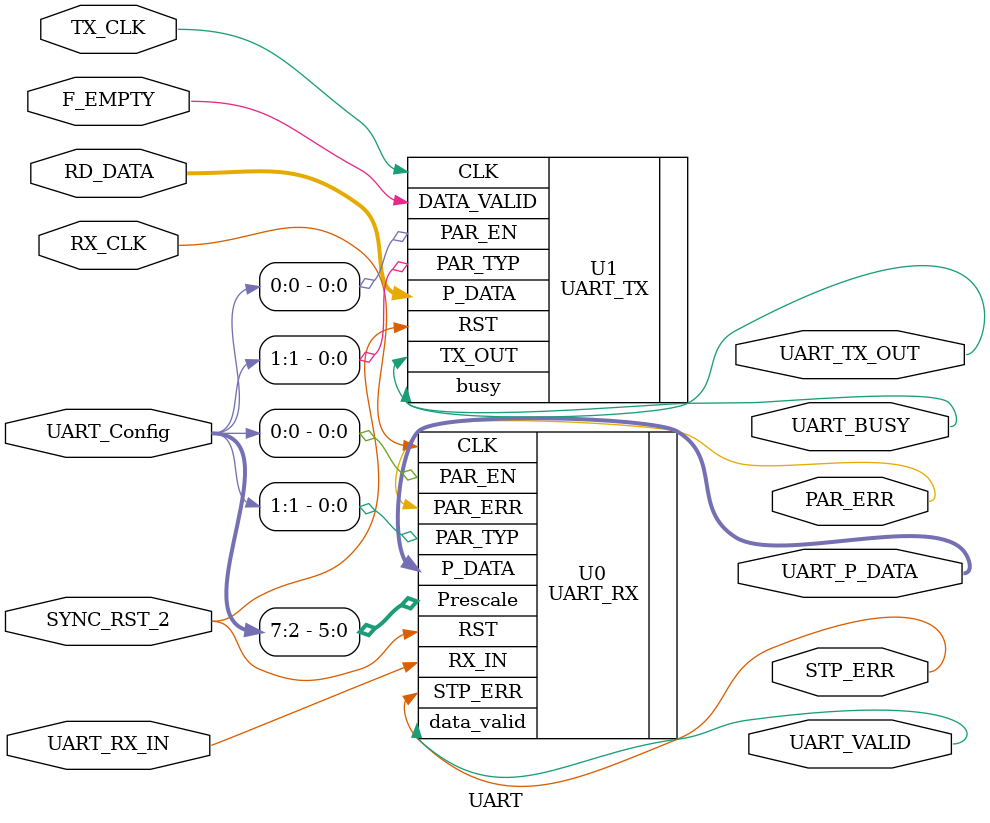
<source format=v>
module UART 
(
input wire UART_RX_IN,
input wire [7:0] UART_Config,

input wire RX_CLK,TX_CLK,
input wire SYNC_RST_2,


input wire F_EMPTY,
input wire [7:0] RD_DATA,

output wire [7:0] UART_P_DATA,
output wire 	  UART_VALID,

output wire 	  UART_BUSY,
output wire 	  UART_TX_OUT,


output wire PAR_ERR,
output wire STP_ERR

);

UART_RX U0
(
.RX_IN 			(UART_RX_IN),
.PAR_EN 		(UART_Config[0]),
.PAR_TYP		(UART_Config[1]),
.Prescale 		(UART_Config[7:2]),
.CLK 			(RX_CLK),
.RST 			(SYNC_RST_2),
.P_DATA 		(UART_P_DATA),
.data_valid 	(UART_VALID),
.PAR_ERR 		(PAR_ERR),
.STP_ERR  		(STP_ERR)
);





UART_TX U1
(
.CLK 			(TX_CLK),
.P_DATA 		(RD_DATA),
.DATA_VALID 	(F_EMPTY),
.PAR_EN			(UART_Config[0]),
.PAR_TYP		(UART_Config[1]),
.RST 			(SYNC_RST_2),
.TX_OUT 		(UART_TX_OUT),
.busy   		(UART_BUSY)

);

endmodule
</source>
